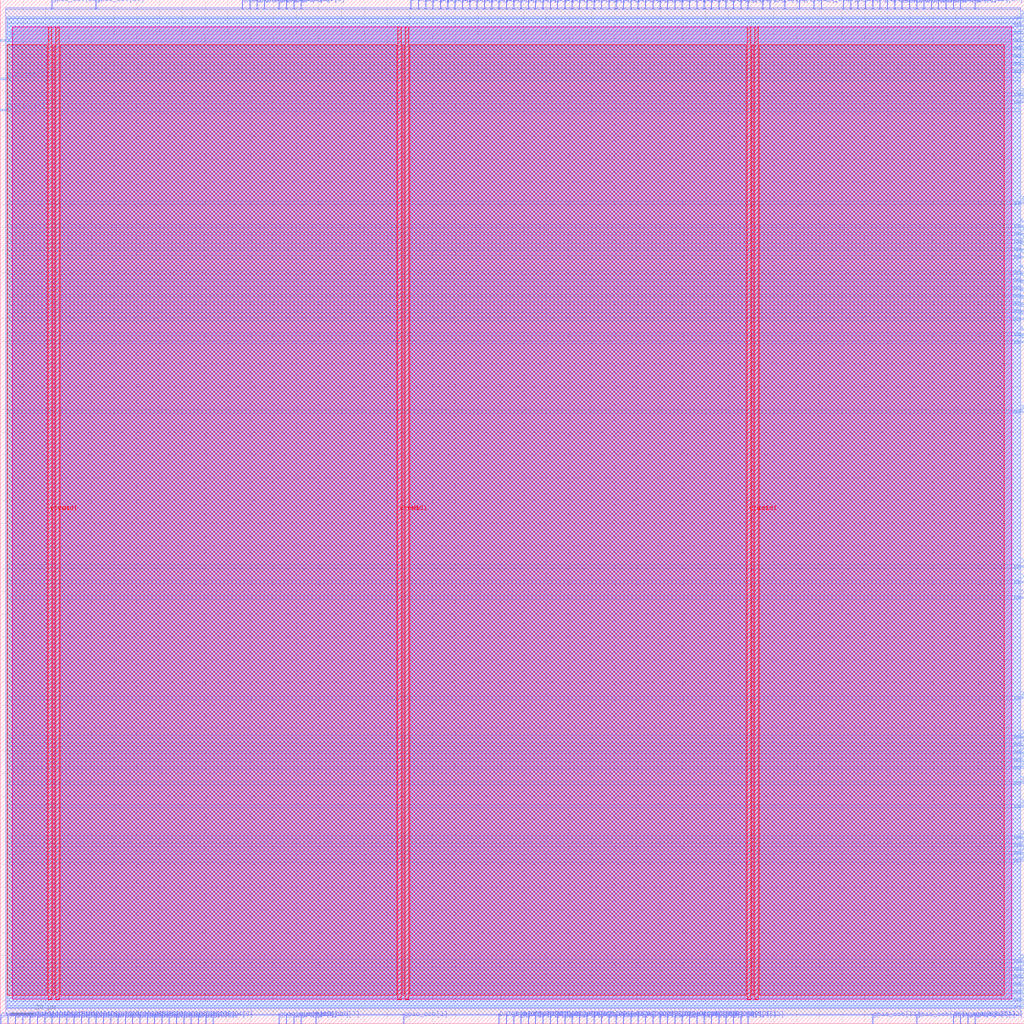
<source format=lef>
VERSION 5.7 ;
  NOWIREEXTENSIONATPIN ON ;
  DIVIDERCHAR "/" ;
  BUSBITCHARS "[]" ;
MACRO team_04
  CLASS BLOCK ;
  FOREIGN team_04 ;
  ORIGIN 0.000 0.000 ;
  SIZE 450.000 BY 450.000 ;
  PIN ACK_I
    DIRECTION INPUT ;
    USE SIGNAL ;
    ANTENNAGATEAREA 0.631200 ;
    ANTENNADIFFAREA 0.434700 ;
    PORT
      LAYER met2 ;
        RECT 267.350 446.000 267.630 450.000 ;
    END
  END ACK_I
  PIN ADR_O[0]
    DIRECTION OUTPUT ;
    USE SIGNAL ;
    ANTENNADIFFAREA 0.445500 ;
    PORT
      LAYER met3 ;
        RECT 446.000 299.240 450.000 299.840 ;
    END
  END ADR_O[0]
  PIN ADR_O[10]
    DIRECTION OUTPUT ;
    USE SIGNAL ;
    ANTENNADIFFAREA 0.445500 ;
    PORT
      LAYER met2 ;
        RECT 318.870 446.000 319.150 450.000 ;
    END
  END ADR_O[10]
  PIN ADR_O[11]
    DIRECTION OUTPUT ;
    USE SIGNAL ;
    ANTENNADIFFAREA 0.445500 ;
    PORT
      LAYER met2 ;
        RECT 315.650 446.000 315.930 450.000 ;
    END
  END ADR_O[11]
  PIN ADR_O[12]
    DIRECTION OUTPUT ;
    USE SIGNAL ;
    ANTENNADIFFAREA 0.445500 ;
    PORT
      LAYER met2 ;
        RECT 322.090 446.000 322.370 450.000 ;
    END
  END ADR_O[12]
  PIN ADR_O[13]
    DIRECTION OUTPUT ;
    USE SIGNAL ;
    ANTENNADIFFAREA 0.445500 ;
    PORT
      LAYER met2 ;
        RECT 312.430 446.000 312.710 450.000 ;
    END
  END ADR_O[13]
  PIN ADR_O[14]
    DIRECTION OUTPUT ;
    USE SIGNAL ;
    ANTENNADIFFAREA 0.445500 ;
    PORT
      LAYER met2 ;
        RECT 325.310 446.000 325.590 450.000 ;
    END
  END ADR_O[14]
  PIN ADR_O[15]
    DIRECTION OUTPUT ;
    USE SIGNAL ;
    ANTENNADIFFAREA 0.445500 ;
    PORT
      LAYER met2 ;
        RECT 328.530 446.000 328.810 450.000 ;
    END
  END ADR_O[15]
  PIN ADR_O[16]
    DIRECTION OUTPUT ;
    USE SIGNAL ;
    ANTENNADIFFAREA 0.445500 ;
    PORT
      LAYER met2 ;
        RECT 334.970 446.000 335.250 450.000 ;
    END
  END ADR_O[16]
  PIN ADR_O[17]
    DIRECTION OUTPUT ;
    USE SIGNAL ;
    ANTENNADIFFAREA 0.445500 ;
    PORT
      LAYER met2 ;
        RECT 344.630 446.000 344.910 450.000 ;
    END
  END ADR_O[17]
  PIN ADR_O[18]
    DIRECTION OUTPUT ;
    USE SIGNAL ;
    ANTENNADIFFAREA 0.445500 ;
    PORT
      LAYER met2 ;
        RECT 338.190 446.000 338.470 450.000 ;
    END
  END ADR_O[18]
  PIN ADR_O[19]
    DIRECTION OUTPUT ;
    USE SIGNAL ;
    ANTENNADIFFAREA 0.445500 ;
    PORT
      LAYER met2 ;
        RECT 386.490 446.000 386.770 450.000 ;
    END
  END ADR_O[19]
  PIN ADR_O[1]
    DIRECTION OUTPUT ;
    USE SIGNAL ;
    ANTENNADIFFAREA 0.445500 ;
    PORT
      LAYER met3 ;
        RECT 446.000 302.640 450.000 303.240 ;
    END
  END ADR_O[1]
  PIN ADR_O[20]
    DIRECTION OUTPUT ;
    USE SIGNAL ;
    ANTENNADIFFAREA 0.445500 ;
    PORT
      LAYER met2 ;
        RECT 351.070 446.000 351.350 450.000 ;
    END
  END ADR_O[20]
  PIN ADR_O[21]
    DIRECTION OUTPUT ;
    USE SIGNAL ;
    ANTENNADIFFAREA 0.445500 ;
    PORT
      LAYER met2 ;
        RECT 383.270 446.000 383.550 450.000 ;
    END
  END ADR_O[21]
  PIN ADR_O[22]
    DIRECTION OUTPUT ;
    USE SIGNAL ;
    ANTENNADIFFAREA 0.445500 ;
    PORT
      LAYER met2 ;
        RECT 360.730 446.000 361.010 450.000 ;
    END
  END ADR_O[22]
  PIN ADR_O[23]
    DIRECTION OUTPUT ;
    USE SIGNAL ;
    ANTENNADIFFAREA 0.445500 ;
    PORT
      LAYER met2 ;
        RECT 370.390 446.000 370.670 450.000 ;
    END
  END ADR_O[23]
  PIN ADR_O[24]
    DIRECTION OUTPUT ;
    USE SIGNAL ;
    ANTENNADIFFAREA 0.445500 ;
    PORT
      LAYER met2 ;
        RECT 373.610 446.000 373.890 450.000 ;
    END
  END ADR_O[24]
  PIN ADR_O[25]
    DIRECTION OUTPUT ;
    USE SIGNAL ;
    ANTENNADIFFAREA 0.445500 ;
    PORT
      LAYER met2 ;
        RECT 392.930 446.000 393.210 450.000 ;
    END
  END ADR_O[25]
  PIN ADR_O[26]
    DIRECTION OUTPUT ;
    USE SIGNAL ;
    ANTENNADIFFAREA 0.445500 ;
    PORT
      LAYER met2 ;
        RECT 357.510 446.000 357.790 450.000 ;
    END
  END ADR_O[26]
  PIN ADR_O[27]
    DIRECTION OUTPUT ;
    USE SIGNAL ;
    ANTENNADIFFAREA 0.445500 ;
    PORT
      LAYER met2 ;
        RECT 389.710 446.000 389.990 450.000 ;
    END
  END ADR_O[27]
  PIN ADR_O[28]
    DIRECTION OUTPUT ;
    USE SIGNAL ;
    ANTENNADIFFAREA 0.445500 ;
    PORT
      LAYER met3 ;
        RECT 446.000 350.240 450.000 350.840 ;
    END
  END ADR_O[28]
  PIN ADR_O[29]
    DIRECTION OUTPUT ;
    USE SIGNAL ;
    ANTENNADIFFAREA 0.445500 ;
    PORT
      LAYER met3 ;
        RECT 446.000 340.040 450.000 340.640 ;
    END
  END ADR_O[29]
  PIN ADR_O[2]
    DIRECTION OUTPUT ;
    USE SIGNAL ;
    ANTENNADIFFAREA 0.445500 ;
    PORT
      LAYER met3 ;
        RECT 446.000 312.840 450.000 313.440 ;
    END
  END ADR_O[2]
  PIN ADR_O[30]
    DIRECTION OUTPUT ;
    USE SIGNAL ;
    ANTENNADIFFAREA 0.445500 ;
    PORT
      LAYER met3 ;
        RECT 446.000 336.640 450.000 337.240 ;
    END
  END ADR_O[30]
  PIN ADR_O[31]
    DIRECTION OUTPUT ;
    USE SIGNAL ;
    ANTENNADIFFAREA 0.445500 ;
    PORT
      LAYER met3 ;
        RECT 446.000 329.840 450.000 330.440 ;
    END
  END ADR_O[31]
  PIN ADR_O[3]
    DIRECTION OUTPUT ;
    USE SIGNAL ;
    ANTENNADIFFAREA 0.445500 ;
    PORT
      LAYER met3 ;
        RECT 446.000 309.440 450.000 310.040 ;
    END
  END ADR_O[3]
  PIN ADR_O[4]
    DIRECTION OUTPUT ;
    USE SIGNAL ;
    ANTENNADIFFAREA 0.445500 ;
    PORT
      LAYER met3 ;
        RECT 446.000 319.640 450.000 320.240 ;
    END
  END ADR_O[4]
  PIN ADR_O[5]
    DIRECTION OUTPUT ;
    USE SIGNAL ;
    ANTENNADIFFAREA 0.445500 ;
    PORT
      LAYER met3 ;
        RECT 446.000 326.440 450.000 327.040 ;
    END
  END ADR_O[5]
  PIN ADR_O[6]
    DIRECTION OUTPUT ;
    USE SIGNAL ;
    ANTENNADIFFAREA 0.445500 ;
    PORT
      LAYER met3 ;
        RECT 446.000 323.040 450.000 323.640 ;
    END
  END ADR_O[6]
  PIN ADR_O[7]
    DIRECTION OUTPUT ;
    USE SIGNAL ;
    ANTENNADIFFAREA 0.445500 ;
    PORT
      LAYER met3 ;
        RECT 446.000 316.240 450.000 316.840 ;
    END
  END ADR_O[7]
  PIN ADR_O[8]
    DIRECTION OUTPUT ;
    USE SIGNAL ;
    ANTENNADIFFAREA 0.445500 ;
    PORT
      LAYER met2 ;
        RECT 309.210 446.000 309.490 450.000 ;
    END
  END ADR_O[8]
  PIN ADR_O[9]
    DIRECTION OUTPUT ;
    USE SIGNAL ;
    ANTENNADIFFAREA 0.445500 ;
    PORT
      LAYER met2 ;
        RECT 302.770 446.000 303.050 450.000 ;
    END
  END ADR_O[9]
  PIN CYC_O
    DIRECTION OUTPUT ;
    USE SIGNAL ;
    ANTENNADIFFAREA 0.445500 ;
    PORT
      LAYER met2 ;
        RECT 305.990 446.000 306.270 450.000 ;
    END
  END CYC_O
  PIN DAT_I[0]
    DIRECTION INPUT ;
    USE SIGNAL ;
    ANTENNAGATEAREA 0.631200 ;
    ANTENNADIFFAREA 0.434700 ;
    PORT
      LAYER met2 ;
        RECT 180.410 446.000 180.690 450.000 ;
    END
  END DAT_I[0]
  PIN DAT_I[10]
    DIRECTION INPUT ;
    USE SIGNAL ;
    ANTENNAGATEAREA 0.631200 ;
    ANTENNADIFFAREA 0.434700 ;
    PORT
      LAYER met2 ;
        RECT 241.590 446.000 241.870 450.000 ;
    END
  END DAT_I[10]
  PIN DAT_I[11]
    DIRECTION INPUT ;
    USE SIGNAL ;
    ANTENNAGATEAREA 0.631200 ;
    ANTENNADIFFAREA 0.434700 ;
    PORT
      LAYER met2 ;
        RECT 270.570 446.000 270.850 450.000 ;
    END
  END DAT_I[11]
  PIN DAT_I[12]
    DIRECTION INPUT ;
    USE SIGNAL ;
    ANTENNAGATEAREA 0.631200 ;
    ANTENNADIFFAREA 0.434700 ;
    PORT
      LAYER met2 ;
        RECT 283.450 446.000 283.730 450.000 ;
    END
  END DAT_I[12]
  PIN DAT_I[13]
    DIRECTION INPUT ;
    USE SIGNAL ;
    ANTENNAGATEAREA 0.631200 ;
    ANTENNADIFFAREA 0.434700 ;
    PORT
      LAYER met2 ;
        RECT 260.910 446.000 261.190 450.000 ;
    END
  END DAT_I[13]
  PIN DAT_I[14]
    DIRECTION INPUT ;
    USE SIGNAL ;
    ANTENNAGATEAREA 0.631200 ;
    ANTENNADIFFAREA 0.434700 ;
    PORT
      LAYER met2 ;
        RECT 277.010 446.000 277.290 450.000 ;
    END
  END DAT_I[14]
  PIN DAT_I[15]
    DIRECTION INPUT ;
    USE SIGNAL ;
    ANTENNAGATEAREA 0.631200 ;
    ANTENNADIFFAREA 0.434700 ;
    PORT
      LAYER met2 ;
        RECT 212.610 446.000 212.890 450.000 ;
    END
  END DAT_I[15]
  PIN DAT_I[16]
    DIRECTION INPUT ;
    USE SIGNAL ;
    ANTENNAGATEAREA 0.631200 ;
    ANTENNADIFFAREA 0.434700 ;
    PORT
      LAYER met2 ;
        RECT 206.170 446.000 206.450 450.000 ;
    END
  END DAT_I[16]
  PIN DAT_I[17]
    DIRECTION INPUT ;
    USE SIGNAL ;
    ANTENNAGATEAREA 0.631200 ;
    ANTENNADIFFAREA 0.434700 ;
    PORT
      LAYER met2 ;
        RECT 199.730 446.000 200.010 450.000 ;
    END
  END DAT_I[17]
  PIN DAT_I[18]
    DIRECTION INPUT ;
    USE SIGNAL ;
    ANTENNAGATEAREA 0.631200 ;
    ANTENNADIFFAREA 0.434700 ;
    PORT
      LAYER met2 ;
        RECT 190.070 446.000 190.350 450.000 ;
    END
  END DAT_I[18]
  PIN DAT_I[19]
    DIRECTION INPUT ;
    USE SIGNAL ;
    ANTENNAGATEAREA 0.631200 ;
    ANTENNADIFFAREA 0.434700 ;
    PORT
      LAYER met2 ;
        RECT 228.710 446.000 228.990 450.000 ;
    END
  END DAT_I[19]
  PIN DAT_I[1]
    DIRECTION INPUT ;
    USE SIGNAL ;
    ANTENNAGATEAREA 0.631200 ;
    ANTENNADIFFAREA 0.434700 ;
    PORT
      LAYER met2 ;
        RECT 186.850 446.000 187.130 450.000 ;
    END
  END DAT_I[1]
  PIN DAT_I[20]
    DIRECTION INPUT ;
    USE SIGNAL ;
    ANTENNAGATEAREA 0.631200 ;
    ANTENNADIFFAREA 0.434700 ;
    PORT
      LAYER met2 ;
        RECT 215.830 446.000 216.110 450.000 ;
    END
  END DAT_I[20]
  PIN DAT_I[21]
    DIRECTION INPUT ;
    USE SIGNAL ;
    ANTENNAGATEAREA 0.631200 ;
    ANTENNADIFFAREA 0.434700 ;
    PORT
      LAYER met2 ;
        RECT 225.490 446.000 225.770 450.000 ;
    END
  END DAT_I[21]
  PIN DAT_I[22]
    DIRECTION INPUT ;
    USE SIGNAL ;
    ANTENNAGATEAREA 0.631200 ;
    ANTENNADIFFAREA 0.434700 ;
    PORT
      LAYER met2 ;
        RECT 222.270 446.000 222.550 450.000 ;
    END
  END DAT_I[22]
  PIN DAT_I[23]
    DIRECTION INPUT ;
    USE SIGNAL ;
    ANTENNAGATEAREA 0.631200 ;
    ANTENNADIFFAREA 0.434700 ;
    PORT
      LAYER met2 ;
        RECT 219.050 446.000 219.330 450.000 ;
    END
  END DAT_I[23]
  PIN DAT_I[24]
    DIRECTION INPUT ;
    USE SIGNAL ;
    ANTENNAGATEAREA 0.631200 ;
    ANTENNADIFFAREA 0.434700 ;
    PORT
      LAYER met2 ;
        RECT 273.790 446.000 274.070 450.000 ;
    END
  END DAT_I[24]
  PIN DAT_I[25]
    DIRECTION INPUT ;
    USE SIGNAL ;
    ANTENNAGATEAREA 0.631200 ;
    ANTENNADIFFAREA 0.434700 ;
    PORT
      LAYER met2 ;
        RECT 257.690 446.000 257.970 450.000 ;
    END
  END DAT_I[25]
  PIN DAT_I[26]
    DIRECTION INPUT ;
    USE SIGNAL ;
    ANTENNAGATEAREA 0.631200 ;
    ANTENNADIFFAREA 0.434700 ;
    PORT
      LAYER met2 ;
        RECT 280.230 446.000 280.510 450.000 ;
    END
  END DAT_I[26]
  PIN DAT_I[27]
    DIRECTION INPUT ;
    USE SIGNAL ;
    ANTENNAGATEAREA 0.631200 ;
    ANTENNADIFFAREA 0.434700 ;
    PORT
      LAYER met2 ;
        RECT 264.130 446.000 264.410 450.000 ;
    END
  END DAT_I[27]
  PIN DAT_I[28]
    DIRECTION INPUT ;
    USE SIGNAL ;
    ANTENNAGATEAREA 0.631200 ;
    ANTENNADIFFAREA 0.434700 ;
    PORT
      LAYER met2 ;
        RECT 248.030 446.000 248.310 450.000 ;
    END
  END DAT_I[28]
  PIN DAT_I[29]
    DIRECTION INPUT ;
    USE SIGNAL ;
    ANTENNAGATEAREA 0.631200 ;
    ANTENNADIFFAREA 0.434700 ;
    PORT
      LAYER met2 ;
        RECT 244.810 446.000 245.090 450.000 ;
    END
  END DAT_I[29]
  PIN DAT_I[2]
    DIRECTION INPUT ;
    USE SIGNAL ;
    ANTENNAGATEAREA 0.631200 ;
    ANTENNADIFFAREA 0.434700 ;
    PORT
      LAYER met2 ;
        RECT 193.290 446.000 193.570 450.000 ;
    END
  END DAT_I[2]
  PIN DAT_I[30]
    DIRECTION INPUT ;
    USE SIGNAL ;
    ANTENNAGATEAREA 0.631200 ;
    ANTENNADIFFAREA 0.434700 ;
    PORT
      LAYER met2 ;
        RECT 251.250 446.000 251.530 450.000 ;
    END
  END DAT_I[30]
  PIN DAT_I[31]
    DIRECTION INPUT ;
    USE SIGNAL ;
    ANTENNAGATEAREA 0.631200 ;
    ANTENNADIFFAREA 0.434700 ;
    PORT
      LAYER met2 ;
        RECT 254.470 446.000 254.750 450.000 ;
    END
  END DAT_I[31]
  PIN DAT_I[3]
    DIRECTION INPUT ;
    USE SIGNAL ;
    ANTENNAGATEAREA 0.631200 ;
    ANTENNADIFFAREA 0.434700 ;
    PORT
      LAYER met2 ;
        RECT 183.630 446.000 183.910 450.000 ;
    END
  END DAT_I[3]
  PIN DAT_I[4]
    DIRECTION INPUT ;
    USE SIGNAL ;
    ANTENNAGATEAREA 0.631200 ;
    ANTENNADIFFAREA 0.434700 ;
    PORT
      LAYER met2 ;
        RECT 202.950 446.000 203.230 450.000 ;
    END
  END DAT_I[4]
  PIN DAT_I[5]
    DIRECTION INPUT ;
    USE SIGNAL ;
    ANTENNAGATEAREA 0.631200 ;
    ANTENNADIFFAREA 0.434700 ;
    PORT
      LAYER met2 ;
        RECT 196.510 446.000 196.790 450.000 ;
    END
  END DAT_I[5]
  PIN DAT_I[6]
    DIRECTION INPUT ;
    USE SIGNAL ;
    ANTENNAGATEAREA 0.631200 ;
    ANTENNADIFFAREA 0.434700 ;
    PORT
      LAYER met2 ;
        RECT 209.390 446.000 209.670 450.000 ;
    END
  END DAT_I[6]
  PIN DAT_I[7]
    DIRECTION INPUT ;
    USE SIGNAL ;
    ANTENNAGATEAREA 0.631200 ;
    ANTENNADIFFAREA 0.434700 ;
    PORT
      LAYER met2 ;
        RECT 231.930 446.000 232.210 450.000 ;
    END
  END DAT_I[7]
  PIN DAT_I[8]
    DIRECTION INPUT ;
    USE SIGNAL ;
    ANTENNAGATEAREA 0.631200 ;
    ANTENNADIFFAREA 0.434700 ;
    PORT
      LAYER met2 ;
        RECT 238.370 446.000 238.650 450.000 ;
    END
  END DAT_I[8]
  PIN DAT_I[9]
    DIRECTION INPUT ;
    USE SIGNAL ;
    ANTENNAGATEAREA 0.631200 ;
    ANTENNADIFFAREA 0.434700 ;
    PORT
      LAYER met2 ;
        RECT 235.150 446.000 235.430 450.000 ;
    END
  END DAT_I[9]
  PIN DAT_O[0]
    DIRECTION OUTPUT ;
    USE SIGNAL ;
    ANTENNADIFFAREA 0.445500 ;
    PORT
      LAYER met2 ;
        RECT 219.050 0.000 219.330 4.000 ;
    END
  END DAT_O[0]
  PIN DAT_O[10]
    DIRECTION OUTPUT ;
    USE SIGNAL ;
    ANTENNADIFFAREA 0.445500 ;
    PORT
      LAYER met2 ;
        RECT 225.490 0.000 225.770 4.000 ;
    END
  END DAT_O[10]
  PIN DAT_O[11]
    DIRECTION OUTPUT ;
    USE SIGNAL ;
    ANTENNADIFFAREA 0.445500 ;
    PORT
      LAYER met2 ;
        RECT 257.690 0.000 257.970 4.000 ;
    END
  END DAT_O[11]
  PIN DAT_O[12]
    DIRECTION OUTPUT ;
    USE SIGNAL ;
    ANTENNADIFFAREA 0.445500 ;
    PORT
      LAYER met2 ;
        RECT 328.530 0.000 328.810 4.000 ;
    END
  END DAT_O[12]
  PIN DAT_O[13]
    DIRECTION OUTPUT ;
    USE SIGNAL ;
    ANTENNADIFFAREA 0.445500 ;
    PORT
      LAYER met2 ;
        RECT 325.310 0.000 325.590 4.000 ;
    END
  END DAT_O[13]
  PIN DAT_O[14]
    DIRECTION OUTPUT ;
    USE SIGNAL ;
    ANTENNADIFFAREA 0.445500 ;
    PORT
      LAYER met2 ;
        RECT 309.210 0.000 309.490 4.000 ;
    END
  END DAT_O[14]
  PIN DAT_O[15]
    DIRECTION OUTPUT ;
    USE SIGNAL ;
    ANTENNADIFFAREA 0.445500 ;
    PORT
      LAYER met2 ;
        RECT 299.550 0.000 299.830 4.000 ;
    END
  END DAT_O[15]
  PIN DAT_O[16]
    DIRECTION OUTPUT ;
    USE SIGNAL ;
    ANTENNADIFFAREA 0.445500 ;
    PORT
      LAYER met2 ;
        RECT 235.150 0.000 235.430 4.000 ;
    END
  END DAT_O[16]
  PIN DAT_O[17]
    DIRECTION OUTPUT ;
    USE SIGNAL ;
    ANTENNADIFFAREA 0.445500 ;
    PORT
      LAYER met2 ;
        RECT 241.590 0.000 241.870 4.000 ;
    END
  END DAT_O[17]
  PIN DAT_O[18]
    DIRECTION OUTPUT ;
    USE SIGNAL ;
    ANTENNADIFFAREA 0.445500 ;
    PORT
      LAYER met2 ;
        RECT 318.870 0.000 319.150 4.000 ;
    END
  END DAT_O[18]
  PIN DAT_O[19]
    DIRECTION OUTPUT ;
    USE SIGNAL ;
    ANTENNADIFFAREA 0.445500 ;
    PORT
      LAYER met2 ;
        RECT 322.090 0.000 322.370 4.000 ;
    END
  END DAT_O[19]
  PIN DAT_O[1]
    DIRECTION OUTPUT ;
    USE SIGNAL ;
    ANTENNADIFFAREA 0.445500 ;
    PORT
      LAYER met3 ;
        RECT 446.000 193.840 450.000 194.440 ;
    END
  END DAT_O[1]
  PIN DAT_O[20]
    DIRECTION OUTPUT ;
    USE SIGNAL ;
    ANTENNADIFFAREA 0.445500 ;
    PORT
      LAYER met2 ;
        RECT 238.370 0.000 238.650 4.000 ;
    END
  END DAT_O[20]
  PIN DAT_O[21]
    DIRECTION OUTPUT ;
    USE SIGNAL ;
    ANTENNADIFFAREA 0.445500 ;
    PORT
      LAYER met2 ;
        RECT 289.890 0.000 290.170 4.000 ;
    END
  END DAT_O[21]
  PIN DAT_O[22]
    DIRECTION OUTPUT ;
    USE SIGNAL ;
    ANTENNADIFFAREA 0.445500 ;
    PORT
      LAYER met2 ;
        RECT 305.990 0.000 306.270 4.000 ;
    END
  END DAT_O[22]
  PIN DAT_O[23]
    DIRECTION OUTPUT ;
    USE SIGNAL ;
    ANTENNADIFFAREA 0.445500 ;
    PORT
      LAYER met2 ;
        RECT 283.450 0.000 283.730 4.000 ;
    END
  END DAT_O[23]
  PIN DAT_O[24]
    DIRECTION OUTPUT ;
    USE SIGNAL ;
    ANTENNADIFFAREA 0.445500 ;
    PORT
      LAYER met2 ;
        RECT 231.930 0.000 232.210 4.000 ;
    END
  END DAT_O[24]
  PIN DAT_O[25]
    DIRECTION OUTPUT ;
    USE SIGNAL ;
    ANTENNADIFFAREA 0.445500 ;
    PORT
      LAYER met2 ;
        RECT 315.650 0.000 315.930 4.000 ;
    END
  END DAT_O[25]
  PIN DAT_O[26]
    DIRECTION OUTPUT ;
    USE SIGNAL ;
    ANTENNADIFFAREA 0.445500 ;
    PORT
      LAYER met2 ;
        RECT 244.810 0.000 245.090 4.000 ;
    END
  END DAT_O[26]
  PIN DAT_O[27]
    DIRECTION OUTPUT ;
    USE SIGNAL ;
    ANTENNADIFFAREA 0.445500 ;
    PORT
      LAYER met2 ;
        RECT 280.230 0.000 280.510 4.000 ;
    END
  END DAT_O[27]
  PIN DAT_O[28]
    DIRECTION OUTPUT ;
    USE SIGNAL ;
    ANTENNADIFFAREA 0.445500 ;
    PORT
      LAYER met2 ;
        RECT 277.010 0.000 277.290 4.000 ;
    END
  END DAT_O[28]
  PIN DAT_O[29]
    DIRECTION OUTPUT ;
    USE SIGNAL ;
    ANTENNADIFFAREA 0.445500 ;
    PORT
      LAYER met2 ;
        RECT 222.270 0.000 222.550 4.000 ;
    END
  END DAT_O[29]
  PIN DAT_O[2]
    DIRECTION OUTPUT ;
    USE SIGNAL ;
    ANTENNADIFFAREA 0.445500 ;
    PORT
      LAYER met3 ;
        RECT 446.000 187.040 450.000 187.640 ;
    END
  END DAT_O[2]
  PIN DAT_O[30]
    DIRECTION OUTPUT ;
    USE SIGNAL ;
    ANTENNADIFFAREA 0.445500 ;
    PORT
      LAYER met2 ;
        RECT 293.110 0.000 293.390 4.000 ;
    END
  END DAT_O[30]
  PIN DAT_O[31]
    DIRECTION OUTPUT ;
    USE SIGNAL ;
    ANTENNADIFFAREA 0.445500 ;
    PORT
      LAYER met2 ;
        RECT 286.670 0.000 286.950 4.000 ;
    END
  END DAT_O[31]
  PIN DAT_O[3]
    DIRECTION OUTPUT ;
    USE SIGNAL ;
    ANTENNADIFFAREA 0.445500 ;
    PORT
      LAYER met2 ;
        RECT 312.430 0.000 312.710 4.000 ;
    END
  END DAT_O[3]
  PIN DAT_O[4]
    DIRECTION OUTPUT ;
    USE SIGNAL ;
    ANTENNADIFFAREA 0.445500 ;
    PORT
      LAYER met2 ;
        RECT 251.250 0.000 251.530 4.000 ;
    END
  END DAT_O[4]
  PIN DAT_O[5]
    DIRECTION OUTPUT ;
    USE SIGNAL ;
    ANTENNADIFFAREA 0.445500 ;
    PORT
      LAYER met2 ;
        RECT 264.130 0.000 264.410 4.000 ;
    END
  END DAT_O[5]
  PIN DAT_O[6]
    DIRECTION OUTPUT ;
    USE SIGNAL ;
    ANTENNADIFFAREA 0.445500 ;
    PORT
      LAYER met2 ;
        RECT 270.570 0.000 270.850 4.000 ;
    END
  END DAT_O[6]
  PIN DAT_O[7]
    DIRECTION OUTPUT ;
    USE SIGNAL ;
    ANTENNADIFFAREA 0.445500 ;
    PORT
      LAYER met2 ;
        RECT 254.470 0.000 254.750 4.000 ;
    END
  END DAT_O[7]
  PIN DAT_O[8]
    DIRECTION OUTPUT ;
    USE SIGNAL ;
    ANTENNADIFFAREA 0.445500 ;
    PORT
      LAYER met2 ;
        RECT 260.910 0.000 261.190 4.000 ;
    END
  END DAT_O[8]
  PIN DAT_O[9]
    DIRECTION OUTPUT ;
    USE SIGNAL ;
    ANTENNADIFFAREA 0.445500 ;
    PORT
      LAYER met3 ;
        RECT 446.000 200.640 450.000 201.240 ;
    END
  END DAT_O[9]
  PIN SEL_O[0]
    DIRECTION OUTPUT ;
    USE SIGNAL ;
    ANTENNADIFFAREA 0.445500 ;
    PORT
      LAYER met2 ;
        RECT 299.550 446.000 299.830 450.000 ;
    END
  END SEL_O[0]
  PIN SEL_O[1]
    DIRECTION OUTPUT ;
    USE SIGNAL ;
    ANTENNADIFFAREA 0.445500 ;
    PORT
      LAYER met2 ;
        RECT 286.670 446.000 286.950 450.000 ;
    END
  END SEL_O[1]
  PIN SEL_O[2]
    DIRECTION OUTPUT ;
    USE SIGNAL ;
    ANTENNADIFFAREA 0.445500 ;
    PORT
      LAYER met2 ;
        RECT 289.890 446.000 290.170 450.000 ;
    END
  END SEL_O[2]
  PIN SEL_O[3]
    DIRECTION OUTPUT ;
    USE SIGNAL ;
    ANTENNADIFFAREA 0.445500 ;
    PORT
      LAYER met2 ;
        RECT 296.330 446.000 296.610 450.000 ;
    END
  END SEL_O[3]
  PIN STB_O
    DIRECTION OUTPUT ;
    USE SIGNAL ;
    ANTENNADIFFAREA 0.445500 ;
    PORT
      LAYER met2 ;
        RECT 293.110 446.000 293.390 450.000 ;
    END
  END STB_O
  PIN WE_O
    DIRECTION OUTPUT ;
    USE SIGNAL ;
    ANTENNADIFFAREA 0.445500 ;
    PORT
      LAYER met2 ;
        RECT 273.790 0.000 274.070 4.000 ;
    END
  END WE_O
  PIN clk
    DIRECTION INPUT ;
    USE SIGNAL ;
    ANTENNAGATEAREA 1.286700 ;
    ANTENNADIFFAREA 0.434700 ;
    PORT
      LAYER met3 ;
        RECT 0.000 431.840 4.000 432.440 ;
    END
  END clk
  PIN en
    DIRECTION INPUT ;
    USE SIGNAL ;
    ANTENNAGATEAREA 0.631200 ;
    ANTENNADIFFAREA 0.434700 ;
    PORT
      LAYER met2 ;
        RECT 380.050 446.000 380.330 450.000 ;
    END
  END en
  PIN gpio_in[0]
    DIRECTION INPUT ;
    USE SIGNAL ;
    PORT
      LAYER met2 ;
        RECT 0.090 0.000 0.370 4.000 ;
    END
  END gpio_in[0]
  PIN gpio_in[10]
    DIRECTION INPUT ;
    USE SIGNAL ;
    PORT
      LAYER met2 ;
        RECT 3.310 0.000 3.590 4.000 ;
    END
  END gpio_in[10]
  PIN gpio_in[11]
    DIRECTION INPUT ;
    USE SIGNAL ;
    PORT
      LAYER met2 ;
        RECT 6.530 0.000 6.810 4.000 ;
    END
  END gpio_in[11]
  PIN gpio_in[12]
    DIRECTION INPUT ;
    USE SIGNAL ;
    PORT
      LAYER met2 ;
        RECT 9.750 0.000 10.030 4.000 ;
    END
  END gpio_in[12]
  PIN gpio_in[13]
    DIRECTION INPUT ;
    USE SIGNAL ;
    PORT
      LAYER met2 ;
        RECT 12.970 0.000 13.250 4.000 ;
    END
  END gpio_in[13]
  PIN gpio_in[14]
    DIRECTION INPUT ;
    USE SIGNAL ;
    PORT
      LAYER met2 ;
        RECT 16.190 0.000 16.470 4.000 ;
    END
  END gpio_in[14]
  PIN gpio_in[15]
    DIRECTION INPUT ;
    USE SIGNAL ;
    PORT
      LAYER met2 ;
        RECT 19.410 0.000 19.690 4.000 ;
    END
  END gpio_in[15]
  PIN gpio_in[16]
    DIRECTION INPUT ;
    USE SIGNAL ;
    PORT
      LAYER met2 ;
        RECT 22.630 0.000 22.910 4.000 ;
    END
  END gpio_in[16]
  PIN gpio_in[17]
    DIRECTION INPUT ;
    USE SIGNAL ;
    PORT
      LAYER met2 ;
        RECT 25.850 0.000 26.130 4.000 ;
    END
  END gpio_in[17]
  PIN gpio_in[18]
    DIRECTION INPUT ;
    USE SIGNAL ;
    PORT
      LAYER met2 ;
        RECT 29.070 0.000 29.350 4.000 ;
    END
  END gpio_in[18]
  PIN gpio_in[19]
    DIRECTION INPUT ;
    USE SIGNAL ;
    PORT
      LAYER met2 ;
        RECT 32.290 0.000 32.570 4.000 ;
    END
  END gpio_in[19]
  PIN gpio_in[1]
    DIRECTION INPUT ;
    USE SIGNAL ;
    PORT
      LAYER met2 ;
        RECT 35.510 0.000 35.790 4.000 ;
    END
  END gpio_in[1]
  PIN gpio_in[20]
    DIRECTION INPUT ;
    USE SIGNAL ;
    PORT
      LAYER met2 ;
        RECT 38.730 0.000 39.010 4.000 ;
    END
  END gpio_in[20]
  PIN gpio_in[21]
    DIRECTION INPUT ;
    USE SIGNAL ;
    PORT
      LAYER met2 ;
        RECT 41.950 0.000 42.230 4.000 ;
    END
  END gpio_in[21]
  PIN gpio_in[22]
    DIRECTION INPUT ;
    USE SIGNAL ;
    PORT
      LAYER met2 ;
        RECT 45.170 0.000 45.450 4.000 ;
    END
  END gpio_in[22]
  PIN gpio_in[23]
    DIRECTION INPUT ;
    USE SIGNAL ;
    PORT
      LAYER met2 ;
        RECT 48.390 0.000 48.670 4.000 ;
    END
  END gpio_in[23]
  PIN gpio_in[24]
    DIRECTION INPUT ;
    USE SIGNAL ;
    PORT
      LAYER met2 ;
        RECT 51.610 0.000 51.890 4.000 ;
    END
  END gpio_in[24]
  PIN gpio_in[25]
    DIRECTION INPUT ;
    USE SIGNAL ;
    PORT
      LAYER met2 ;
        RECT 54.830 0.000 55.110 4.000 ;
    END
  END gpio_in[25]
  PIN gpio_in[26]
    DIRECTION INPUT ;
    USE SIGNAL ;
    PORT
      LAYER met2 ;
        RECT 58.050 0.000 58.330 4.000 ;
    END
  END gpio_in[26]
  PIN gpio_in[27]
    DIRECTION INPUT ;
    USE SIGNAL ;
    PORT
      LAYER met2 ;
        RECT 61.270 0.000 61.550 4.000 ;
    END
  END gpio_in[27]
  PIN gpio_in[28]
    DIRECTION INPUT ;
    USE SIGNAL ;
    PORT
      LAYER met2 ;
        RECT 64.490 0.000 64.770 4.000 ;
    END
  END gpio_in[28]
  PIN gpio_in[29]
    DIRECTION INPUT ;
    USE SIGNAL ;
    PORT
      LAYER met2 ;
        RECT 67.710 0.000 67.990 4.000 ;
    END
  END gpio_in[29]
  PIN gpio_in[2]
    DIRECTION INPUT ;
    USE SIGNAL ;
    PORT
      LAYER met2 ;
        RECT 70.930 0.000 71.210 4.000 ;
    END
  END gpio_in[2]
  PIN gpio_in[30]
    DIRECTION INPUT ;
    USE SIGNAL ;
    PORT
      LAYER met2 ;
        RECT 74.150 0.000 74.430 4.000 ;
    END
  END gpio_in[30]
  PIN gpio_in[31]
    DIRECTION INPUT ;
    USE SIGNAL ;
    PORT
      LAYER met2 ;
        RECT 77.370 0.000 77.650 4.000 ;
    END
  END gpio_in[31]
  PIN gpio_in[32]
    DIRECTION INPUT ;
    USE SIGNAL ;
    PORT
      LAYER met2 ;
        RECT 80.590 0.000 80.870 4.000 ;
    END
  END gpio_in[32]
  PIN gpio_in[33]
    DIRECTION INPUT ;
    USE SIGNAL ;
    PORT
      LAYER met2 ;
        RECT 83.810 0.000 84.090 4.000 ;
    END
  END gpio_in[33]
  PIN gpio_in[3]
    DIRECTION INPUT ;
    USE SIGNAL ;
    PORT
      LAYER met2 ;
        RECT 87.030 0.000 87.310 4.000 ;
    END
  END gpio_in[3]
  PIN gpio_in[4]
    DIRECTION INPUT ;
    USE SIGNAL ;
    PORT
      LAYER met2 ;
        RECT 90.250 0.000 90.530 4.000 ;
    END
  END gpio_in[4]
  PIN gpio_in[5]
    DIRECTION INPUT ;
    USE SIGNAL ;
    ANTENNAGATEAREA 0.631200 ;
    ANTENNADIFFAREA 0.434700 ;
    PORT
      LAYER met2 ;
        RECT 106.350 446.000 106.630 450.000 ;
    END
  END gpio_in[5]
  PIN gpio_in[6]
    DIRECTION INPUT ;
    USE SIGNAL ;
    ANTENNAGATEAREA 0.631200 ;
    ANTENNADIFFAREA 0.434700 ;
    PORT
      LAYER met2 ;
        RECT 109.570 446.000 109.850 450.000 ;
    END
  END gpio_in[6]
  PIN gpio_in[7]
    DIRECTION INPUT ;
    USE SIGNAL ;
    ANTENNAGATEAREA 0.631200 ;
    ANTENNADIFFAREA 0.434700 ;
    PORT
      LAYER met2 ;
        RECT 116.010 446.000 116.290 450.000 ;
    END
  END gpio_in[7]
  PIN gpio_in[8]
    DIRECTION INPUT ;
    USE SIGNAL ;
    ANTENNAGATEAREA 0.631200 ;
    ANTENNADIFFAREA 0.434700 ;
    PORT
      LAYER met2 ;
        RECT 112.790 446.000 113.070 450.000 ;
    END
  END gpio_in[8]
  PIN gpio_in[9]
    DIRECTION INPUT ;
    USE SIGNAL ;
    PORT
      LAYER met2 ;
        RECT 93.470 0.000 93.750 4.000 ;
    END
  END gpio_in[9]
  PIN gpio_oeb[0]
    DIRECTION OUTPUT ;
    USE SIGNAL ;
    PORT
      LAYER met2 ;
        RECT 418.690 0.000 418.970 4.000 ;
    END
  END gpio_oeb[0]
  PIN gpio_oeb[10]
    DIRECTION OUTPUT ;
    USE SIGNAL ;
    PORT
      LAYER met3 ;
        RECT 446.000 27.240 450.000 27.840 ;
    END
  END gpio_oeb[10]
  PIN gpio_oeb[11]
    DIRECTION OUTPUT ;
    USE SIGNAL ;
    PORT
      LAYER met3 ;
        RECT 446.000 142.840 450.000 143.440 ;
    END
  END gpio_oeb[11]
  PIN gpio_oeb[12]
    DIRECTION OUTPUT ;
    USE SIGNAL ;
    PORT
      LAYER met2 ;
        RECT 125.670 0.000 125.950 4.000 ;
    END
  END gpio_oeb[12]
  PIN gpio_oeb[13]
    DIRECTION OUTPUT ;
    USE SIGNAL ;
    PORT
      LAYER met2 ;
        RECT 421.910 446.000 422.190 450.000 ;
    END
  END gpio_oeb[13]
  PIN gpio_oeb[14]
    DIRECTION OUTPUT ;
    USE SIGNAL ;
    PORT
      LAYER met2 ;
        RECT 412.250 446.000 412.530 450.000 ;
    END
  END gpio_oeb[14]
  PIN gpio_oeb[15]
    DIRECTION OUTPUT ;
    USE SIGNAL ;
    PORT
      LAYER met2 ;
        RECT 267.350 0.000 267.630 4.000 ;
    END
  END gpio_oeb[15]
  PIN gpio_oeb[16]
    DIRECTION OUTPUT ;
    USE SIGNAL ;
    PORT
      LAYER met3 ;
        RECT 446.000 17.040 450.000 17.640 ;
    END
  END gpio_oeb[16]
  PIN gpio_oeb[17]
    DIRECTION OUTPUT ;
    USE SIGNAL ;
    PORT
      LAYER met2 ;
        RECT 409.030 446.000 409.310 450.000 ;
    END
  END gpio_oeb[17]
  PIN gpio_oeb[18]
    DIRECTION OUTPUT ;
    USE SIGNAL ;
    PORT
      LAYER met2 ;
        RECT 402.590 446.000 402.870 450.000 ;
    END
  END gpio_oeb[18]
  PIN gpio_oeb[19]
    DIRECTION OUTPUT ;
    USE SIGNAL ;
    PORT
      LAYER met3 ;
        RECT 446.000 442.040 450.000 442.640 ;
    END
  END gpio_oeb[19]
  PIN gpio_oeb[1]
    DIRECTION OUTPUT ;
    USE SIGNAL ;
    PORT
      LAYER met2 ;
        RECT 177.190 0.000 177.470 4.000 ;
    END
  END gpio_oeb[1]
  PIN gpio_oeb[20]
    DIRECTION OUTPUT ;
    USE SIGNAL ;
    PORT
      LAYER met2 ;
        RECT 132.110 0.000 132.390 4.000 ;
    END
  END gpio_oeb[20]
  PIN gpio_oeb[21]
    DIRECTION OUTPUT ;
    USE SIGNAL ;
    PORT
      LAYER met3 ;
        RECT 446.000 408.040 450.000 408.640 ;
    END
  END gpio_oeb[21]
  PIN gpio_oeb[22]
    DIRECTION OUTPUT ;
    USE SIGNAL ;
    PORT
      LAYER met3 ;
        RECT 446.000 418.240 450.000 418.840 ;
    END
  END gpio_oeb[22]
  PIN gpio_oeb[23]
    DIRECTION OUTPUT ;
    USE SIGNAL ;
    PORT
      LAYER met3 ;
        RECT 446.000 428.440 450.000 429.040 ;
    END
  END gpio_oeb[23]
  PIN gpio_oeb[24]
    DIRECTION OUTPUT ;
    USE SIGNAL ;
    PORT
      LAYER met2 ;
        RECT 425.130 0.000 425.410 4.000 ;
    END
  END gpio_oeb[24]
  PIN gpio_oeb[25]
    DIRECTION OUTPUT ;
    USE SIGNAL ;
    PORT
      LAYER met2 ;
        RECT 421.910 0.000 422.190 4.000 ;
    END
  END gpio_oeb[25]
  PIN gpio_oeb[26]
    DIRECTION OUTPUT ;
    USE SIGNAL ;
    PORT
      LAYER met2 ;
        RECT 402.590 0.000 402.870 4.000 ;
    END
  END gpio_oeb[26]
  PIN gpio_oeb[27]
    DIRECTION OUTPUT ;
    USE SIGNAL ;
    PORT
      LAYER met3 ;
        RECT 446.000 404.640 450.000 405.240 ;
    END
  END gpio_oeb[27]
  PIN gpio_oeb[28]
    DIRECTION OUTPUT ;
    USE SIGNAL ;
    PORT
      LAYER met3 ;
        RECT 446.000 431.840 450.000 432.440 ;
    END
  END gpio_oeb[28]
  PIN gpio_oeb[29]
    DIRECTION OUTPUT ;
    USE SIGNAL ;
    PORT
      LAYER met3 ;
        RECT 446.000 268.640 450.000 269.240 ;
    END
  END gpio_oeb[29]
  PIN gpio_oeb[2]
    DIRECTION OUTPUT ;
    USE SIGNAL ;
    PORT
      LAYER met3 ;
        RECT 446.000 346.840 450.000 347.440 ;
    END
  END gpio_oeb[2]
  PIN gpio_oeb[30]
    DIRECTION OUTPUT ;
    USE SIGNAL ;
    PORT
      LAYER met2 ;
        RECT 415.470 446.000 415.750 450.000 ;
    END
  END gpio_oeb[30]
  PIN gpio_oeb[31]
    DIRECTION OUTPUT ;
    USE SIGNAL ;
    PORT
      LAYER met2 ;
        RECT 383.270 0.000 383.550 4.000 ;
    END
  END gpio_oeb[31]
  PIN gpio_oeb[32]
    DIRECTION OUTPUT ;
    USE SIGNAL ;
    PORT
      LAYER met3 ;
        RECT 446.000 13.640 450.000 14.240 ;
    END
  END gpio_oeb[32]
  PIN gpio_oeb[33]
    DIRECTION OUTPUT ;
    USE SIGNAL ;
    PORT
      LAYER met3 ;
        RECT 0.000 414.840 4.000 415.440 ;
    END
  END gpio_oeb[33]
  PIN gpio_oeb[3]
    DIRECTION OUTPUT ;
    USE SIGNAL ;
    PORT
      LAYER met3 ;
        RECT 446.000 343.440 450.000 344.040 ;
    END
  END gpio_oeb[3]
  PIN gpio_oeb[4]
    DIRECTION OUTPUT ;
    USE SIGNAL ;
    PORT
      LAYER met3 ;
        RECT 446.000 438.640 450.000 439.240 ;
    END
  END gpio_oeb[4]
  PIN gpio_oeb[5]
    DIRECTION OUTPUT ;
    USE SIGNAL ;
    PORT
      LAYER met2 ;
        RECT 399.370 446.000 399.650 450.000 ;
    END
  END gpio_oeb[5]
  PIN gpio_oeb[6]
    DIRECTION OUTPUT ;
    USE SIGNAL ;
    PORT
      LAYER met2 ;
        RECT 405.810 446.000 406.090 450.000 ;
    END
  END gpio_oeb[6]
  PIN gpio_oeb[7]
    DIRECTION OUTPUT ;
    USE SIGNAL ;
    PORT
      LAYER met2 ;
        RECT 138.550 0.000 138.830 4.000 ;
    END
  END gpio_oeb[7]
  PIN gpio_oeb[8]
    DIRECTION OUTPUT ;
    USE SIGNAL ;
    PORT
      LAYER met2 ;
        RECT 418.690 446.000 418.970 450.000 ;
    END
  END gpio_oeb[8]
  PIN gpio_oeb[9]
    DIRECTION OUTPUT ;
    USE SIGNAL ;
    PORT
      LAYER met3 ;
        RECT 446.000 20.440 450.000 21.040 ;
    END
  END gpio_oeb[9]
  PIN gpio_out[0]
    DIRECTION OUTPUT ;
    USE SIGNAL ;
    PORT
      LAYER met2 ;
        RECT 128.890 0.000 129.170 4.000 ;
    END
  END gpio_out[0]
  PIN gpio_out[10]
    DIRECTION OUTPUT ;
    USE SIGNAL ;
    ANTENNADIFFAREA 0.445500 ;
    PORT
      LAYER met3 ;
        RECT 446.000 105.440 450.000 106.040 ;
    END
  END gpio_out[10]
  PIN gpio_out[11]
    DIRECTION OUTPUT ;
    USE SIGNAL ;
    ANTENNADIFFAREA 0.445500 ;
    PORT
      LAYER met3 ;
        RECT 446.000 95.240 450.000 95.840 ;
    END
  END gpio_out[11]
  PIN gpio_out[12]
    DIRECTION OUTPUT ;
    USE SIGNAL ;
    ANTENNADIFFAREA 0.445500 ;
    PORT
      LAYER met3 ;
        RECT 446.000 112.240 450.000 112.840 ;
    END
  END gpio_out[12]
  PIN gpio_out[13]
    DIRECTION OUTPUT ;
    USE SIGNAL ;
    ANTENNADIFFAREA 0.445500 ;
    PORT
      LAYER met3 ;
        RECT 446.000 115.640 450.000 116.240 ;
    END
  END gpio_out[13]
  PIN gpio_out[14]
    DIRECTION OUTPUT ;
    USE SIGNAL ;
    ANTENNADIFFAREA 0.445500 ;
    PORT
      LAYER met3 ;
        RECT 446.000 119.040 450.000 119.640 ;
    END
  END gpio_out[14]
  PIN gpio_out[15]
    DIRECTION OUTPUT ;
    USE SIGNAL ;
    ANTENNADIFFAREA 0.445500 ;
    PORT
      LAYER met3 ;
        RECT 446.000 125.840 450.000 126.440 ;
    END
  END gpio_out[15]
  PIN gpio_out[16]
    DIRECTION OUTPUT ;
    USE SIGNAL ;
    ANTENNADIFFAREA 0.445500 ;
    PORT
      LAYER met3 ;
        RECT 446.000 74.840 450.000 75.440 ;
    END
  END gpio_out[16]
  PIN gpio_out[17]
    DIRECTION OUTPUT ;
    USE SIGNAL ;
    ANTENNADIFFAREA 0.445500 ;
    PORT
      LAYER met3 ;
        RECT 446.000 122.440 450.000 123.040 ;
    END
  END gpio_out[17]
  PIN gpio_out[18]
    DIRECTION OUTPUT ;
    USE SIGNAL ;
    ANTENNADIFFAREA 0.445500 ;
    PORT
      LAYER met3 ;
        RECT 446.000 71.440 450.000 72.040 ;
    END
  END gpio_out[18]
  PIN gpio_out[19]
    DIRECTION OUTPUT ;
    USE SIGNAL ;
    ANTENNADIFFAREA 0.445500 ;
    PORT
      LAYER met3 ;
        RECT 446.000 78.240 450.000 78.840 ;
    END
  END gpio_out[19]
  PIN gpio_out[1]
    DIRECTION OUTPUT ;
    USE SIGNAL ;
    ANTENNADIFFAREA 0.445500 ;
    PORT
      LAYER met2 ;
        RECT 125.670 446.000 125.950 450.000 ;
    END
  END gpio_out[1]
  PIN gpio_out[20]
    DIRECTION OUTPUT ;
    USE SIGNAL ;
    PORT
      LAYER met2 ;
        RECT 228.710 0.000 228.990 4.000 ;
    END
  END gpio_out[20]
  PIN gpio_out[21]
    DIRECTION OUTPUT ;
    USE SIGNAL ;
    PORT
      LAYER met3 ;
        RECT 446.000 425.040 450.000 425.640 ;
    END
  END gpio_out[21]
  PIN gpio_out[22]
    DIRECTION OUTPUT ;
    USE SIGNAL ;
    PORT
      LAYER met2 ;
        RECT 22.630 446.000 22.910 450.000 ;
    END
  END gpio_out[22]
  PIN gpio_out[23]
    DIRECTION OUTPUT ;
    USE SIGNAL ;
    PORT
      LAYER met2 ;
        RECT 248.030 0.000 248.310 4.000 ;
    END
  END gpio_out[23]
  PIN gpio_out[24]
    DIRECTION OUTPUT ;
    USE SIGNAL ;
    PORT
      LAYER met3 ;
        RECT 446.000 23.840 450.000 24.440 ;
    END
  END gpio_out[24]
  PIN gpio_out[25]
    DIRECTION OUTPUT ;
    USE SIGNAL ;
    PORT
      LAYER met3 ;
        RECT 446.000 10.240 450.000 10.840 ;
    END
  END gpio_out[25]
  PIN gpio_out[26]
    DIRECTION OUTPUT ;
    USE SIGNAL ;
    PORT
      LAYER met2 ;
        RECT 296.330 0.000 296.610 4.000 ;
    END
  END gpio_out[26]
  PIN gpio_out[27]
    DIRECTION OUTPUT ;
    USE SIGNAL ;
    PORT
      LAYER met2 ;
        RECT 428.350 446.000 428.630 450.000 ;
    END
  END gpio_out[27]
  PIN gpio_out[28]
    DIRECTION OUTPUT ;
    USE SIGNAL ;
    PORT
      LAYER met2 ;
        RECT 302.770 0.000 303.050 4.000 ;
    END
  END gpio_out[28]
  PIN gpio_out[29]
    DIRECTION OUTPUT ;
    USE SIGNAL ;
    PORT
      LAYER met3 ;
        RECT 446.000 360.440 450.000 361.040 ;
    END
  END gpio_out[29]
  PIN gpio_out[2]
    DIRECTION OUTPUT ;
    USE SIGNAL ;
    ANTENNADIFFAREA 0.445500 ;
    PORT
      LAYER met2 ;
        RECT 128.890 446.000 129.170 450.000 ;
    END
  END gpio_out[2]
  PIN gpio_out[30]
    DIRECTION OUTPUT ;
    USE SIGNAL ;
    PORT
      LAYER met2 ;
        RECT 41.950 446.000 42.230 450.000 ;
    END
  END gpio_out[30]
  PIN gpio_out[31]
    DIRECTION OUTPUT ;
    USE SIGNAL ;
    PORT
      LAYER met3 ;
        RECT 446.000 6.840 450.000 7.440 ;
    END
  END gpio_out[31]
  PIN gpio_out[32]
    DIRECTION OUTPUT ;
    USE SIGNAL ;
    PORT
      LAYER met2 ;
        RECT 428.350 0.000 428.630 4.000 ;
    END
  END gpio_out[32]
  PIN gpio_out[33]
    DIRECTION OUTPUT ;
    USE SIGNAL ;
    PORT
      LAYER met3 ;
        RECT 446.000 421.640 450.000 422.240 ;
    END
  END gpio_out[33]
  PIN gpio_out[3]
    DIRECTION OUTPUT ;
    USE SIGNAL ;
    ANTENNADIFFAREA 0.445500 ;
    PORT
      LAYER met2 ;
        RECT 132.110 446.000 132.390 450.000 ;
    END
  END gpio_out[3]
  PIN gpio_out[4]
    DIRECTION OUTPUT ;
    USE SIGNAL ;
    ANTENNADIFFAREA 0.445500 ;
    PORT
      LAYER met2 ;
        RECT 122.450 446.000 122.730 450.000 ;
    END
  END gpio_out[4]
  PIN gpio_out[5]
    DIRECTION OUTPUT ;
    USE SIGNAL ;
    PORT
      LAYER met3 ;
        RECT 0.000 401.240 4.000 401.840 ;
    END
  END gpio_out[5]
  PIN gpio_out[6]
    DIRECTION OUTPUT ;
    USE SIGNAL ;
    PORT
      LAYER met2 ;
        RECT 122.450 0.000 122.730 4.000 ;
    END
  END gpio_out[6]
  PIN gpio_out[7]
    DIRECTION OUTPUT ;
    USE SIGNAL ;
    PORT
      LAYER met3 ;
        RECT 446.000 435.240 450.000 435.840 ;
    END
  END gpio_out[7]
  PIN gpio_out[8]
    DIRECTION OUTPUT ;
    USE SIGNAL ;
    PORT
      LAYER met2 ;
        RECT 396.150 446.000 396.430 450.000 ;
    END
  END gpio_out[8]
  PIN gpio_out[9]
    DIRECTION OUTPUT ;
    USE SIGNAL ;
    ANTENNADIFFAREA 0.445500 ;
    PORT
      LAYER met3 ;
        RECT 446.000 81.640 450.000 82.240 ;
    END
  END gpio_out[9]
  PIN nrst
    DIRECTION INPUT ;
    USE SIGNAL ;
    ANTENNAGATEAREA 0.631200 ;
    ANTENNADIFFAREA 0.434700 ;
    PORT
      LAYER met2 ;
        RECT 376.830 446.000 377.110 450.000 ;
    END
  END nrst
  PIN vccd1
    DIRECTION INOUT ;
    USE POWER ;
    PORT
      LAYER met4 ;
        RECT 21.040 10.640 22.640 438.160 ;
    END
    PORT
      LAYER met4 ;
        RECT 174.640 10.640 176.240 438.160 ;
    END
    PORT
      LAYER met4 ;
        RECT 328.240 10.640 329.840 438.160 ;
    END
  END vccd1
  PIN vssd1
    DIRECTION INOUT ;
    USE GROUND ;
    PORT
      LAYER met4 ;
        RECT 24.340 10.640 25.940 438.160 ;
    END
    PORT
      LAYER met4 ;
        RECT 177.940 10.640 179.540 438.160 ;
    END
    PORT
      LAYER met4 ;
        RECT 331.540 10.640 333.140 438.160 ;
    END
  END vssd1
  OBS
      LAYER nwell ;
        RECT 5.330 10.760 444.550 438.110 ;
      LAYER li1 ;
        RECT 5.520 10.795 444.360 438.005 ;
      LAYER met1 ;
        RECT 2.370 6.840 448.430 441.960 ;
      LAYER met2 ;
        RECT 2.400 445.720 22.350 446.490 ;
        RECT 23.190 445.720 41.670 446.490 ;
        RECT 42.510 445.720 106.070 446.490 ;
        RECT 106.910 445.720 109.290 446.490 ;
        RECT 110.130 445.720 112.510 446.490 ;
        RECT 113.350 445.720 115.730 446.490 ;
        RECT 116.570 445.720 122.170 446.490 ;
        RECT 123.010 445.720 125.390 446.490 ;
        RECT 126.230 445.720 128.610 446.490 ;
        RECT 129.450 445.720 131.830 446.490 ;
        RECT 132.670 445.720 180.130 446.490 ;
        RECT 180.970 445.720 183.350 446.490 ;
        RECT 184.190 445.720 186.570 446.490 ;
        RECT 187.410 445.720 189.790 446.490 ;
        RECT 190.630 445.720 193.010 446.490 ;
        RECT 193.850 445.720 196.230 446.490 ;
        RECT 197.070 445.720 199.450 446.490 ;
        RECT 200.290 445.720 202.670 446.490 ;
        RECT 203.510 445.720 205.890 446.490 ;
        RECT 206.730 445.720 209.110 446.490 ;
        RECT 209.950 445.720 212.330 446.490 ;
        RECT 213.170 445.720 215.550 446.490 ;
        RECT 216.390 445.720 218.770 446.490 ;
        RECT 219.610 445.720 221.990 446.490 ;
        RECT 222.830 445.720 225.210 446.490 ;
        RECT 226.050 445.720 228.430 446.490 ;
        RECT 229.270 445.720 231.650 446.490 ;
        RECT 232.490 445.720 234.870 446.490 ;
        RECT 235.710 445.720 238.090 446.490 ;
        RECT 238.930 445.720 241.310 446.490 ;
        RECT 242.150 445.720 244.530 446.490 ;
        RECT 245.370 445.720 247.750 446.490 ;
        RECT 248.590 445.720 250.970 446.490 ;
        RECT 251.810 445.720 254.190 446.490 ;
        RECT 255.030 445.720 257.410 446.490 ;
        RECT 258.250 445.720 260.630 446.490 ;
        RECT 261.470 445.720 263.850 446.490 ;
        RECT 264.690 445.720 267.070 446.490 ;
        RECT 267.910 445.720 270.290 446.490 ;
        RECT 271.130 445.720 273.510 446.490 ;
        RECT 274.350 445.720 276.730 446.490 ;
        RECT 277.570 445.720 279.950 446.490 ;
        RECT 280.790 445.720 283.170 446.490 ;
        RECT 284.010 445.720 286.390 446.490 ;
        RECT 287.230 445.720 289.610 446.490 ;
        RECT 290.450 445.720 292.830 446.490 ;
        RECT 293.670 445.720 296.050 446.490 ;
        RECT 296.890 445.720 299.270 446.490 ;
        RECT 300.110 445.720 302.490 446.490 ;
        RECT 303.330 445.720 305.710 446.490 ;
        RECT 306.550 445.720 308.930 446.490 ;
        RECT 309.770 445.720 312.150 446.490 ;
        RECT 312.990 445.720 315.370 446.490 ;
        RECT 316.210 445.720 318.590 446.490 ;
        RECT 319.430 445.720 321.810 446.490 ;
        RECT 322.650 445.720 325.030 446.490 ;
        RECT 325.870 445.720 328.250 446.490 ;
        RECT 329.090 445.720 334.690 446.490 ;
        RECT 335.530 445.720 337.910 446.490 ;
        RECT 338.750 445.720 344.350 446.490 ;
        RECT 345.190 445.720 350.790 446.490 ;
        RECT 351.630 445.720 357.230 446.490 ;
        RECT 358.070 445.720 360.450 446.490 ;
        RECT 361.290 445.720 370.110 446.490 ;
        RECT 370.950 445.720 373.330 446.490 ;
        RECT 374.170 445.720 376.550 446.490 ;
        RECT 377.390 445.720 379.770 446.490 ;
        RECT 380.610 445.720 382.990 446.490 ;
        RECT 383.830 445.720 386.210 446.490 ;
        RECT 387.050 445.720 389.430 446.490 ;
        RECT 390.270 445.720 392.650 446.490 ;
        RECT 393.490 445.720 395.870 446.490 ;
        RECT 396.710 445.720 399.090 446.490 ;
        RECT 399.930 445.720 402.310 446.490 ;
        RECT 403.150 445.720 405.530 446.490 ;
        RECT 406.370 445.720 408.750 446.490 ;
        RECT 409.590 445.720 411.970 446.490 ;
        RECT 412.810 445.720 415.190 446.490 ;
        RECT 416.030 445.720 418.410 446.490 ;
        RECT 419.250 445.720 421.630 446.490 ;
        RECT 422.470 445.720 428.070 446.490 ;
        RECT 428.910 445.720 448.410 446.490 ;
        RECT 2.400 4.280 448.410 445.720 ;
        RECT 2.400 3.670 3.030 4.280 ;
        RECT 3.870 3.670 6.250 4.280 ;
        RECT 7.090 3.670 9.470 4.280 ;
        RECT 10.310 3.670 12.690 4.280 ;
        RECT 13.530 3.670 15.910 4.280 ;
        RECT 16.750 3.670 19.130 4.280 ;
        RECT 19.970 3.670 22.350 4.280 ;
        RECT 23.190 3.670 25.570 4.280 ;
        RECT 26.410 3.670 28.790 4.280 ;
        RECT 29.630 3.670 32.010 4.280 ;
        RECT 32.850 3.670 35.230 4.280 ;
        RECT 36.070 3.670 38.450 4.280 ;
        RECT 39.290 3.670 41.670 4.280 ;
        RECT 42.510 3.670 44.890 4.280 ;
        RECT 45.730 3.670 48.110 4.280 ;
        RECT 48.950 3.670 51.330 4.280 ;
        RECT 52.170 3.670 54.550 4.280 ;
        RECT 55.390 3.670 57.770 4.280 ;
        RECT 58.610 3.670 60.990 4.280 ;
        RECT 61.830 3.670 64.210 4.280 ;
        RECT 65.050 3.670 67.430 4.280 ;
        RECT 68.270 3.670 70.650 4.280 ;
        RECT 71.490 3.670 73.870 4.280 ;
        RECT 74.710 3.670 77.090 4.280 ;
        RECT 77.930 3.670 80.310 4.280 ;
        RECT 81.150 3.670 83.530 4.280 ;
        RECT 84.370 3.670 86.750 4.280 ;
        RECT 87.590 3.670 89.970 4.280 ;
        RECT 90.810 3.670 93.190 4.280 ;
        RECT 94.030 3.670 122.170 4.280 ;
        RECT 123.010 3.670 125.390 4.280 ;
        RECT 126.230 3.670 128.610 4.280 ;
        RECT 129.450 3.670 131.830 4.280 ;
        RECT 132.670 3.670 138.270 4.280 ;
        RECT 139.110 3.670 176.910 4.280 ;
        RECT 177.750 3.670 218.770 4.280 ;
        RECT 219.610 3.670 221.990 4.280 ;
        RECT 222.830 3.670 225.210 4.280 ;
        RECT 226.050 3.670 228.430 4.280 ;
        RECT 229.270 3.670 231.650 4.280 ;
        RECT 232.490 3.670 234.870 4.280 ;
        RECT 235.710 3.670 238.090 4.280 ;
        RECT 238.930 3.670 241.310 4.280 ;
        RECT 242.150 3.670 244.530 4.280 ;
        RECT 245.370 3.670 247.750 4.280 ;
        RECT 248.590 3.670 250.970 4.280 ;
        RECT 251.810 3.670 254.190 4.280 ;
        RECT 255.030 3.670 257.410 4.280 ;
        RECT 258.250 3.670 260.630 4.280 ;
        RECT 261.470 3.670 263.850 4.280 ;
        RECT 264.690 3.670 267.070 4.280 ;
        RECT 267.910 3.670 270.290 4.280 ;
        RECT 271.130 3.670 273.510 4.280 ;
        RECT 274.350 3.670 276.730 4.280 ;
        RECT 277.570 3.670 279.950 4.280 ;
        RECT 280.790 3.670 283.170 4.280 ;
        RECT 284.010 3.670 286.390 4.280 ;
        RECT 287.230 3.670 289.610 4.280 ;
        RECT 290.450 3.670 292.830 4.280 ;
        RECT 293.670 3.670 296.050 4.280 ;
        RECT 296.890 3.670 299.270 4.280 ;
        RECT 300.110 3.670 302.490 4.280 ;
        RECT 303.330 3.670 305.710 4.280 ;
        RECT 306.550 3.670 308.930 4.280 ;
        RECT 309.770 3.670 312.150 4.280 ;
        RECT 312.990 3.670 315.370 4.280 ;
        RECT 316.210 3.670 318.590 4.280 ;
        RECT 319.430 3.670 321.810 4.280 ;
        RECT 322.650 3.670 325.030 4.280 ;
        RECT 325.870 3.670 328.250 4.280 ;
        RECT 329.090 3.670 382.990 4.280 ;
        RECT 383.830 3.670 402.310 4.280 ;
        RECT 403.150 3.670 418.410 4.280 ;
        RECT 419.250 3.670 421.630 4.280 ;
        RECT 422.470 3.670 424.850 4.280 ;
        RECT 425.690 3.670 428.070 4.280 ;
        RECT 428.910 3.670 448.410 4.280 ;
      LAYER met3 ;
        RECT 3.030 441.640 445.600 442.505 ;
        RECT 3.030 439.640 448.435 441.640 ;
        RECT 3.030 438.240 445.600 439.640 ;
        RECT 3.030 436.240 448.435 438.240 ;
        RECT 3.030 434.840 445.600 436.240 ;
        RECT 3.030 432.840 448.435 434.840 ;
        RECT 4.400 431.440 445.600 432.840 ;
        RECT 3.030 429.440 448.435 431.440 ;
        RECT 3.030 428.040 445.600 429.440 ;
        RECT 3.030 426.040 448.435 428.040 ;
        RECT 3.030 424.640 445.600 426.040 ;
        RECT 3.030 422.640 448.435 424.640 ;
        RECT 3.030 421.240 445.600 422.640 ;
        RECT 3.030 419.240 448.435 421.240 ;
        RECT 3.030 417.840 445.600 419.240 ;
        RECT 3.030 415.840 448.435 417.840 ;
        RECT 4.400 414.440 448.435 415.840 ;
        RECT 3.030 409.040 448.435 414.440 ;
        RECT 3.030 407.640 445.600 409.040 ;
        RECT 3.030 405.640 448.435 407.640 ;
        RECT 3.030 404.240 445.600 405.640 ;
        RECT 3.030 402.240 448.435 404.240 ;
        RECT 4.400 400.840 448.435 402.240 ;
        RECT 3.030 361.440 448.435 400.840 ;
        RECT 3.030 360.040 445.600 361.440 ;
        RECT 3.030 351.240 448.435 360.040 ;
        RECT 3.030 349.840 445.600 351.240 ;
        RECT 3.030 347.840 448.435 349.840 ;
        RECT 3.030 346.440 445.600 347.840 ;
        RECT 3.030 344.440 448.435 346.440 ;
        RECT 3.030 343.040 445.600 344.440 ;
        RECT 3.030 341.040 448.435 343.040 ;
        RECT 3.030 339.640 445.600 341.040 ;
        RECT 3.030 337.640 448.435 339.640 ;
        RECT 3.030 336.240 445.600 337.640 ;
        RECT 3.030 330.840 448.435 336.240 ;
        RECT 3.030 329.440 445.600 330.840 ;
        RECT 3.030 327.440 448.435 329.440 ;
        RECT 3.030 326.040 445.600 327.440 ;
        RECT 3.030 324.040 448.435 326.040 ;
        RECT 3.030 322.640 445.600 324.040 ;
        RECT 3.030 320.640 448.435 322.640 ;
        RECT 3.030 319.240 445.600 320.640 ;
        RECT 3.030 317.240 448.435 319.240 ;
        RECT 3.030 315.840 445.600 317.240 ;
        RECT 3.030 313.840 448.435 315.840 ;
        RECT 3.030 312.440 445.600 313.840 ;
        RECT 3.030 310.440 448.435 312.440 ;
        RECT 3.030 309.040 445.600 310.440 ;
        RECT 3.030 303.640 448.435 309.040 ;
        RECT 3.030 302.240 445.600 303.640 ;
        RECT 3.030 300.240 448.435 302.240 ;
        RECT 3.030 298.840 445.600 300.240 ;
        RECT 3.030 269.640 448.435 298.840 ;
        RECT 3.030 268.240 445.600 269.640 ;
        RECT 3.030 201.640 448.435 268.240 ;
        RECT 3.030 200.240 445.600 201.640 ;
        RECT 3.030 194.840 448.435 200.240 ;
        RECT 3.030 193.440 445.600 194.840 ;
        RECT 3.030 188.040 448.435 193.440 ;
        RECT 3.030 186.640 445.600 188.040 ;
        RECT 3.030 143.840 448.435 186.640 ;
        RECT 3.030 142.440 445.600 143.840 ;
        RECT 3.030 126.840 448.435 142.440 ;
        RECT 3.030 125.440 445.600 126.840 ;
        RECT 3.030 123.440 448.435 125.440 ;
        RECT 3.030 122.040 445.600 123.440 ;
        RECT 3.030 120.040 448.435 122.040 ;
        RECT 3.030 118.640 445.600 120.040 ;
        RECT 3.030 116.640 448.435 118.640 ;
        RECT 3.030 115.240 445.600 116.640 ;
        RECT 3.030 113.240 448.435 115.240 ;
        RECT 3.030 111.840 445.600 113.240 ;
        RECT 3.030 106.440 448.435 111.840 ;
        RECT 3.030 105.040 445.600 106.440 ;
        RECT 3.030 96.240 448.435 105.040 ;
        RECT 3.030 94.840 445.600 96.240 ;
        RECT 3.030 82.640 448.435 94.840 ;
        RECT 3.030 81.240 445.600 82.640 ;
        RECT 3.030 79.240 448.435 81.240 ;
        RECT 3.030 77.840 445.600 79.240 ;
        RECT 3.030 75.840 448.435 77.840 ;
        RECT 3.030 74.440 445.600 75.840 ;
        RECT 3.030 72.440 448.435 74.440 ;
        RECT 3.030 71.040 445.600 72.440 ;
        RECT 3.030 28.240 448.435 71.040 ;
        RECT 3.030 26.840 445.600 28.240 ;
        RECT 3.030 24.840 448.435 26.840 ;
        RECT 3.030 23.440 445.600 24.840 ;
        RECT 3.030 21.440 448.435 23.440 ;
        RECT 3.030 20.040 445.600 21.440 ;
        RECT 3.030 18.040 448.435 20.040 ;
        RECT 3.030 16.640 445.600 18.040 ;
        RECT 3.030 14.640 448.435 16.640 ;
        RECT 3.030 13.240 445.600 14.640 ;
        RECT 3.030 11.240 448.435 13.240 ;
        RECT 3.030 9.840 445.600 11.240 ;
        RECT 3.030 7.840 448.435 9.840 ;
        RECT 3.030 6.975 445.600 7.840 ;
      LAYER met4 ;
        RECT 3.055 12.415 20.640 430.265 ;
        RECT 23.040 12.415 23.940 430.265 ;
        RECT 26.340 12.415 174.240 430.265 ;
        RECT 176.640 12.415 177.540 430.265 ;
        RECT 179.940 12.415 327.840 430.265 ;
        RECT 330.240 12.415 331.140 430.265 ;
        RECT 333.540 12.415 441.305 430.265 ;
  END
END team_04
END LIBRARY


</source>
